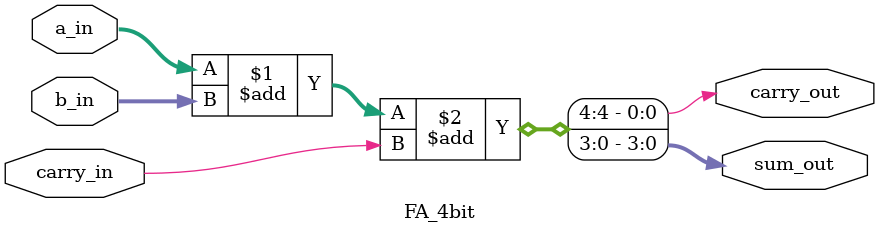
<source format=v>
module FA_4bit (input [3:0] a_in, b_in, input carry_in,output [3:0] sum_out, output carry_out);

assign {carry_out, sum_out} = a_in + b_in + carry_in;

endmodule
</source>
